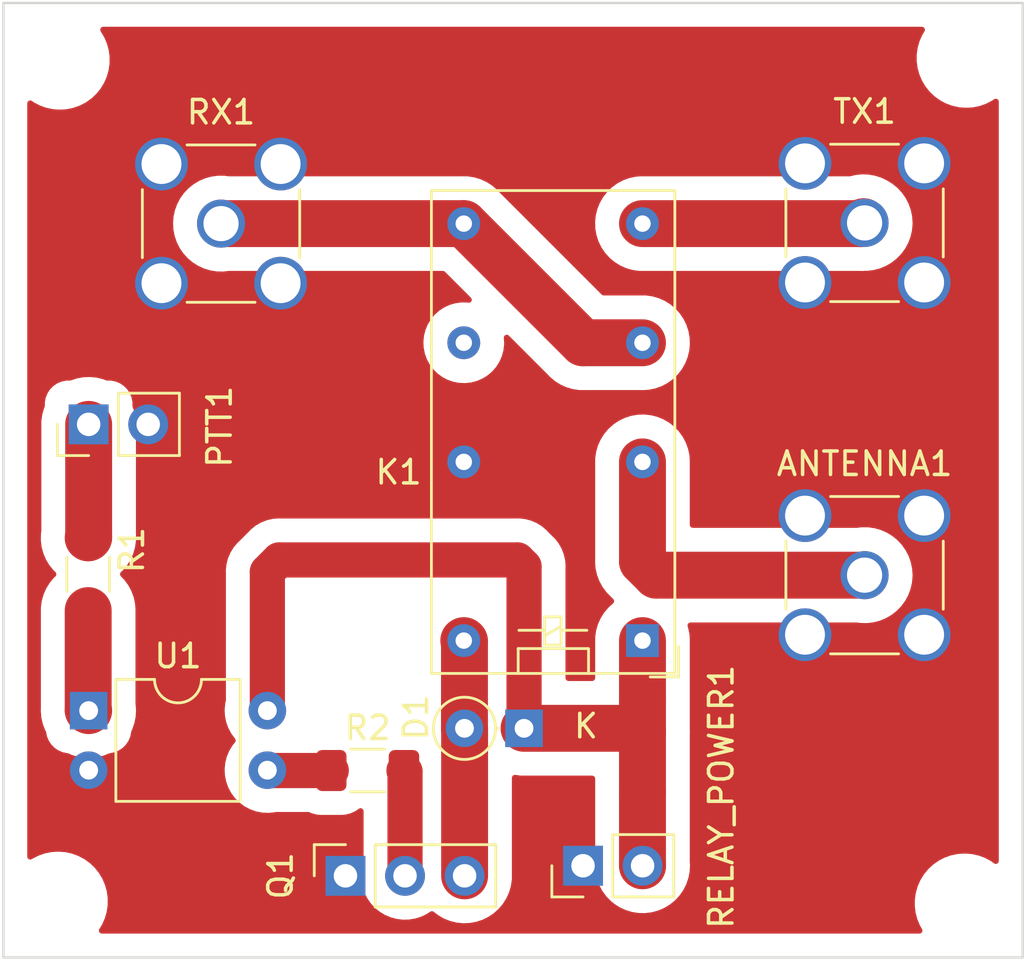
<source format=kicad_pcb>
(kicad_pcb (version 20211014) (generator pcbnew)
  (layers (0 "F.Cu" signal) (31 "B.Cu" signal) (35 "F.Paste" user) (37 "F.SilkS" user "F.Silkscreen") (38 "B.Mask" user) (39 "F.Mask" user) (44 "Edge.Cuts" user))
  (net 0 "")
  (net 1 "+5V")
  (net 2 "GNDPWR")
  (net 3 "Net-(D1-Pad2)")
  (net 4 "Net-(ANTENNA1-Pad1)")
  (net 5 "RX")
  (net 6 "TX")
  (net 7 "Net-(R1-Pad2)")
  (net 9 "Net-(PTT1-Pad1)")
  (net 10 "Net-(Q1-Pad2)")
  (net 11 "Net-(R2-Pad1)")
  (footprint "Connector_Coaxial:SMA_Amphenol_901-144_Vertical" (layer "F.Cu") (at 101.99 84.44)
    (fp_text reference "ANTENNA1" (at 0 -4.75) (layer "F.SilkS"))
    (fp_text value "SMA")
    (fp_line (start -1.45 -3.355) (end 1.45 -3.355) (layer "F.SilkS") (width 0.12))
    (fp_line (start -3.355 -1.45) (end -3.355 1.45) (layer "F.SilkS") (width 0.12))
    (fp_line (start 3.355 -1.45) (end 3.355 1.45) (layer "F.SilkS") (width 0.12))
    (fp_line (start -1.45 3.355) (end 1.45 3.355) (layer "F.SilkS") (width 0.12))
    (pad "1" thru_hole circle (at 0 0) (size 2.05 2.05) (drill 1.5) (layers *.Cu *.Mask) (net 4 "Net-(ANTENNA1-Pad1)"))
    (pad "2" thru_hole circle (at -2.54 -2.54) (size 2.25 2.25) (drill 1.7) (layers *.Cu *.Mask) (net 2 "GNDPWR"))
    (pad "2" thru_hole circle (at 2.54 -2.54) (size 2.25 2.25) (drill 1.7) (layers *.Cu *.Mask) (net 2 "GNDPWR"))
    (pad "2" thru_hole circle (at 2.54 2.54) (size 2.25 2.25) (drill 1.7) (layers *.Cu *.Mask) (net 2 "GNDPWR"))
    (pad "2" thru_hole circle (at -2.54 2.54) (size 2.25 2.25) (drill 1.7) (layers *.Cu *.Mask) (net 2 "GNDPWR"))
  )
  (footprint "Connector_PinHeader_2.54mm:PinHeader_1x02_P2.54mm_Vertical" (layer "F.Cu") (at 68.905 78.01 90)
    (fp_text reference "PTT1" (at -0.1 5.58 90) (layer "F.SilkS"))
    (fp_text value "GPIO (3.3v)" hide)
    (fp_line (start 1.33 1.27) (end 1.33 3.87) (layer "F.SilkS") (width 0.12))
    (fp_line (start -1.33 1.27) (end 1.33 1.27) (layer "F.SilkS") (width 0.12))
    (fp_line (start -1.33 -1.33) (end 0 -1.33) (layer "F.SilkS") (width 0.12))
    (fp_line (start -1.33 3.87) (end 1.33 3.87) (layer "F.SilkS") (width 0.12))
    (fp_line (start -1.33 1.27) (end -1.33 3.87) (layer "F.SilkS") (width 0.12))
    (fp_line (start -1.33 0) (end -1.33 -1.33) (layer "F.SilkS") (width 0.12))
    (pad "1" thru_hole rect (at 0 0 90) (size 1.7 1.7) (drill 1) (layers *.Cu *.Mask) (net 9 "Net-(PTT1-Pad1)"))
    (pad "2" thru_hole oval (at 0 2.54 90) (size 1.7 1.7) (drill 1) (layers *.Cu *.Mask) (net 2 "GNDPWR"))
  )
  (footprint "MountingHole:MountingHole_2.2mm_M2" (layer "F.Cu") (at 106.33 62.39)
    (fp_text reference "H2" hide)
    (fp_text value "MountingHole" hide)
    (pad "" np_thru_hole circle (at 0 0) (size 2.2 2.2) (drill 2.2) (layers *.Cu *.Mask))
  )
  (footprint "Relay_THT:Relay_DPDT_Omron_G5V-2" (layer "F.Cu") (at 92.52 87.23 180)
    (fp_text reference "K1" (at 10.4 7.18) (layer "F.SilkS"))
    (fp_text value "Omron G5V-2 / OEN 46-05-2C" hide)
    (fp_line (start 3.47 -0.19) (end 3.47 1.01) (layer "F.SilkS") (width 0.12))
    (fp_line (start 4.17 -0.19) (end 3.47 -0.19) (layer "F.SilkS") (width 0.12))
    (fp_line (start 9 -1.4) (end -1.38 -1.4) (layer "F.SilkS") (width 0.12))
    (fp_line (start 2.3 -0.34) (end 5.3 -0.34) (layer "F.SilkS") (width 0.12))
    (fp_line (start 4.17 0.44) (end 5.27 0.44) (layer "F.SilkS") (width 0.12))
    (fp_line (start -1.54 -1.55) (end -0.33 -1.55) (layer "F.SilkS") (width 0.12))
    (fp_line (start 3.47 0.44) (end 2.37 0.44) (layer "F.SilkS") (width 0.12))
    (fp_line (start 9 19.19) (end 9 -1.4) (layer "F.SilkS") (width 0.12))
    (fp_line (start 3.47 0.61) (end 4.17 0.21) (layer "F.SilkS") (width 0.12))
    (fp_line (start 4.17 1.01) (end 4.17 -0.19) (layer "F.SilkS") (width 0.12))
    (fp_line (start -1.54 -0.25) (end -1.54 -1.55) (layer "F.SilkS") (width 0.12))
    (fp_line (start -1.38 19.19) (end 9 19.19) (layer "F.SilkS") (width 0.12))
    (fp_line (start 2.3 -1.4) (end 2.3 -0.36) (layer "F.SilkS") (width 0.12))
    (fp_line (start 5.3 -0.34) (end 5.3 -1.4) (layer "F.SilkS") (width 0.12))
    (fp_line (start 3.47 1.01) (end 4.17 1.01) (layer "F.SilkS") (width 0.12))
    (fp_line (start -1.38 -1.4) (end -1.38 19.19) (layer "F.SilkS") (width 0.12))
    (pad "1" thru_hole rect (at 0 0 180) (size 1.4 1.4) (drill 0.7) (layers *.Cu *.Mask) (net 1 "+5V"))
    (pad "4" thru_hole circle (at 0 7.62 180) (size 1.4 1.4) (drill 0.7) (layers *.Cu *.Mask) (net 4 "Net-(ANTENNA1-Pad1)"))
    (pad "6" thru_hole circle (at 0 12.7 180) (size 1.4 1.4) (drill 0.7) (layers *.Cu *.Mask) (net 5 "RX"))
    (pad "8" thru_hole circle (at 0 17.78 180) (size 1.4 1.4) (drill 0.7) (layers *.Cu *.Mask) (net 6 "TX"))
    (pad "9" thru_hole circle (at 7.62 17.78 180) (size 1.4 1.4) (drill 0.7) (layers *.Cu *.Mask) (net 5 "RX"))
    (pad "11" thru_hole circle (at 7.62 12.7 180) (size 1.4 1.4) (drill 0.7) (layers *.Cu *.Mask))
    (pad "13" thru_hole circle (at 7.62 7.62 180) (size 1.4 1.4) (drill 0.7) (layers *.Cu *.Mask) (net 2 "GNDPWR"))
    (pad "16" thru_hole circle (at 7.62 0 180) (size 1.4 1.4) (drill 0.7) (layers *.Cu *.Mask) (net 3 "Net-(D1-Pad2)"))
  )
  (footprint "Connector_PinHeader_2.54mm:PinHeader_1x02_P2.54mm_Vertical" (layer "F.Cu") (at 89.985 96.83 90)
    (fp_text reference "RELAY_POWER1" (at 2.94 5.895 90) (layer "F.SilkS"))
    (fp_text value "RelayPower1" hide)
    (fp_line (start -1.33 3.87) (end 1.33 3.87) (layer "F.SilkS") (width 0.12))
    (fp_line (start 1.33 1.27) (end 1.33 3.87) (layer "F.SilkS") (width 0.12))
    (fp_line (start -1.33 0) (end -1.33 -1.33) (layer "F.SilkS") (width 0.12))
    (fp_line (start -1.33 1.27) (end 1.33 1.27) (layer "F.SilkS") (width 0.12))
    (fp_line (start -1.33 1.27) (end -1.33 3.87) (layer "F.SilkS") (width 0.12))
    (fp_line (start -1.33 -1.33) (end 0 -1.33) (layer "F.SilkS") (width 0.12))
    (pad "1" thru_hole rect (at 0 0 90) (size 1.7 1.7) (drill 1) (layers *.Cu *.Mask) (net 2 "GNDPWR"))
    (pad "2" thru_hole oval (at 0 2.54 90) (size 1.7 1.7) (drill 1) (layers *.Cu *.Mask) (net 1 "+5V"))
  )
  (footprint "MountingHole:MountingHole_2.2mm_M2" (layer "F.Cu") (at 67.68 62.47)
    (fp_text reference "H1" hide)
    (fp_text value "MountingHole" hide)
    (pad "" np_thru_hole circle (at 0 0) (size 2.2 2.2) (drill 2.2) (layers *.Cu *.Mask))
  )
  (footprint "Resistor_SMD:R_1206_3216Metric_Pad1.30x1.75mm_HandSolder" (layer "F.Cu") (at 68.885 84.4 -90)
    (fp_text reference "R1" (at -1.03 -1.86 90) (layer "F.SilkS"))
    (fp_text value "470" hide)
    (fp_line (start -0.727064 -0.91) (end 0.727064 -0.91) (layer "F.SilkS") (width 0.12))
    (fp_line (start -0.727064 0.91) (end 0.727064 0.91) (layer "F.SilkS") (width 0.12))
    (pad "1" smd roundrect (at -1.55 0 270) (size 1.3 1.75) (layers "F.Cu" "F.Paste" "F.Mask") (roundrect_rratio 0.192308) (net 9 "Net-(PTT1-Pad1)"))
    (pad "2" smd roundrect (at 1.55 0 270) (size 1.3 1.75) (layers "F.Cu" "F.Paste" "F.Mask") (roundrect_rratio 0.192308) (net 7 "Net-(R1-Pad2)"))
  )
  (footprint "Connector_PinSocket_2.54mm:PinSocket_1x03_P2.54mm_Vertical" (layer "F.Cu") (at 79.855 97.26 90)
    (fp_text reference "Q1" (at 0 -2.77 90) (layer "F.SilkS"))
    (fp_text value "2N3904" hide)
    (fp_line (start -1.33 1.27) (end -1.33 6.41) (layer "F.SilkS") (width 0.12))
    (fp_line (start -1.33 1.27) (end 1.33 1.27) (layer "F.SilkS") (width 0.12))
    (fp_line (start 1.33 1.27) (end 1.33 6.41) (layer "F.SilkS") (width 0.12))
    (fp_line (start 0 -1.33) (end 1.33 -1.33) (layer "F.SilkS") (width 0.12))
    (fp_line (start 1.33 -1.33) (end 1.33 0) (layer "F.SilkS") (width 0.12))
    (fp_line (start -1.33 6.41) (end 1.33 6.41) (layer "F.SilkS") (width 0.12))
    (pad "1" thru_hole rect (at 0 0 90) (size 1.7 1.7) (drill 1) (layers *.Cu *.Mask) (net 2 "GNDPWR"))
    (pad "2" thru_hole oval (at 0 2.54 90) (size 1.7 1.7) (drill 1) (layers *.Cu *.Mask) (net 10 "Net-(Q1-Pad2)"))
    (pad "3" thru_hole oval (at 0 5.08 90) (size 1.7 1.7) (drill 1) (layers *.Cu *.Mask) (net 3 "Net-(D1-Pad2)"))
  )
  (footprint "MountingHole:MountingHole_2.2mm_M2" (layer "F.Cu") (at 106.25 98.43)
    (fp_text reference "H4" hide)
    (fp_text value "MountingHole" hide)
    (pad "" np_thru_hole circle (at 0 0) (size 2.2 2.2) (drill 2.2) (layers *.Cu *.Mask))
  )
  (footprint "MountingHole:MountingHole_2.2mm_M2" (layer "F.Cu") (at 67.6 98.35)
    (fp_text reference "H3" hide)
    (fp_text value "MountingHole" hide)
    (pad "" np_thru_hole circle (at 0 0) (size 2.2 2.2) (drill 2.2) (layers *.Cu *.Mask))
  )
  (footprint "Diode_THT:D_DO-35_SOD27_P2.54mm_Vertical_KathodeUp" (layer "F.Cu") (at 87.47 90.97 180)
    (fp_text reference "D1" (at 4.61 0.47 90) (layer "F.SilkS"))
    (fp_text value "1N4148" hide)
    (fp_text user "K" (at -2.638 0.094) (layer "F.SilkS"))
    (fp_line (start 1.213629 0) (end 1.1 0) (layer "F.SilkS") (width 0.12))
    (fp_circle (center 2.54 0) (end 3.866371 0) (layer "F.SilkS") (width 0.12) (fill none))
    (pad "1" thru_hole rect (at 0 0 180) (size 1.6 1.6) (drill 0.8) (layers *.Cu *.Mask) (net 1 "+5V"))
    (pad "2" thru_hole oval (at 2.54 0 180) (size 1.6 1.6) (drill 0.8) (layers *.Cu *.Mask) (net 3 "Net-(D1-Pad2)"))
  )
  (footprint "Resistor_SMD:R_1206_3216Metric_Pad1.30x1.75mm_HandSolder" (layer "F.Cu") (at 80.8 92.77)
    (fp_text reference "R2" (at 0 -1.82) (layer "F.SilkS"))
    (fp_text value "120" hide)
    (fp_line (start -0.727064 0.91) (end 0.727064 0.91) (layer "F.SilkS") (width 0.12))
    (fp_line (start -0.727064 -0.91) (end 0.727064 -0.91) (layer "F.SilkS") (width 0.12))
    (pad "1" smd roundrect (at -1.55 0) (size 1.3 1.75) (layers "F.Cu" "F.Paste" "F.Mask") (roundrect_rratio 0.192308) (net 11 "Net-(R2-Pad1)"))
    (pad "2" smd roundrect (at 1.55 0) (size 1.3 1.75) (layers "F.Cu" "F.Paste" "F.Mask") (roundrect_rratio 0.192308) (net 10 "Net-(Q1-Pad2)"))
  )
  (footprint "Package_DIP:DIP-4_W7.62mm" (layer "F.Cu") (at 68.905 90.215)
    (fp_text reference "U1" (at 3.81 -2.33) (layer "F.SilkS"))
    (fp_text value "EL817 (OC)" hide)
    (fp_line (start 6.46 3.87) (end 6.46 -1.33) (layer "F.SilkS") (width 0.12))
    (fp_line (start 6.46 -1.33) (end 4.81 -1.33) (layer "F.SilkS") (width 0.12))
    (fp_line (start 2.81 -1.33) (end 1.16 -1.33) (layer "F.SilkS") (width 0.12))
    (fp_line (start 1.16 -1.33) (end 1.16 3.87) (layer "F.SilkS") (width 0.12))
    (fp_line (start 1.16 3.87) (end 6.46 3.87) (layer "F.SilkS") (width 0.12))
    (fp_arc (start 4.81 -1.33) (mid 3.81 -0.33) (end 2.81 -1.33) (layer "F.SilkS") (width 0.12))
    (pad "1" thru_hole rect (at 0 0) (size 1.6 1.6) (drill 0.8) (layers *.Cu *.Mask) (net 7 "Net-(R1-Pad2)"))
    (pad "2" thru_hole oval (at 0 2.54) (size 1.6 1.6) (drill 0.8) (layers *.Cu *.Mask) (net 2 "GNDPWR"))
    (pad "3" thru_hole oval (at 7.62 2.54) (size 1.6 1.6) (drill 0.8) (layers *.Cu *.Mask) (net 11 "Net-(R2-Pad1)"))
    (pad "4" thru_hole oval (at 7.62 0) (size 1.6 1.6) (drill 0.8) (layers *.Cu *.Mask) (net 1 "+5V"))
  )
  (footprint "Connector_Coaxial:SMA_Amphenol_901-144_Vertical" (layer "F.Cu") (at 74.55 69.45)
    (fp_text reference "RX1" (at 0 -4.75) (layer "F.SilkS"))
    (fp_text value "SMA")
    (fp_line (start -1.45 3.355) (end 1.45 3.355) (layer "F.SilkS") (width 0.12))
    (fp_line (start -3.355 -1.45) (end -3.355 1.45) (layer "F.SilkS") (width 0.12))
    (fp_line (start 3.355 -1.45) (end 3.355 1.45) (layer "F.SilkS") (width 0.12))
    (fp_line (start -1.45 -3.355) (end 1.45 -3.355) (layer "F.SilkS") (width 0.12))
    (pad "1" thru_hole circle (at 0 0) (size 2.05 2.05) (drill 1.5) (layers *.Cu *.Mask) (net 5 "RX"))
    (pad "2" thru_hole circle (at -2.54 -2.54) (size 2.25 2.25) (drill 1.7) (layers *.Cu *.Mask) (net 2 "GNDPWR"))
    (pad "2" thru_hole circle (at 2.54 -2.54) (size 2.25 2.25) (drill 1.7) (layers *.Cu *.Mask) (net 2 "GNDPWR"))
    (pad "2" thru_hole circle (at 2.54 2.54) (size 2.25 2.25) (drill 1.7) (layers *.Cu *.Mask) (net 2 "GNDPWR"))
    (pad "2" thru_hole circle (at -2.54 2.54) (size 2.25 2.25) (drill 1.7) (layers *.Cu *.Mask) (net 2 "GNDPWR"))
  )
  (footprint "Connector_Coaxial:SMA_Amphenol_901-144_Vertical" (layer "F.Cu") (at 101.99 69.42)
    (fp_text reference "TX1" (at 0 -4.75) (layer "F.SilkS"))
    (fp_text value "SMA")
    (fp_line (start 3.355 -1.45) (end 3.355 1.45) (layer "F.SilkS") (width 0.12))
    (fp_line (start -1.45 3.355) (end 1.45 3.355) (layer "F.SilkS") (width 0.12))
    (fp_line (start -3.355 -1.45) (end -3.355 1.45) (layer "F.SilkS") (width 0.12))
    (fp_line (start -1.45 -3.355) (end 1.45 -3.355) (layer "F.SilkS") (width 0.12))
    (pad "1" thru_hole circle (at 0 0) (size 2.05 2.05) (drill 1.5) (layers *.Cu *.Mask) (net 6 "TX"))
    (pad "2" thru_hole circle (at 2.54 -2.54) (size 2.25 2.25) (drill 1.7) (layers *.Cu *.Mask) (net 2 "GNDPWR"))
    (pad "2" thru_hole circle (at -2.54 2.54) (size 2.25 2.25) (drill 1.7) (layers *.Cu *.Mask) (net 2 "GNDPWR"))
    (pad "2" thru_hole circle (at -2.54 -2.54) (size 2.25 2.25) (drill 1.7) (layers *.Cu *.Mask) (net 2 "GNDPWR"))
    (pad "2" thru_hole circle (at 2.54 2.54) (size 2.25 2.25) (drill 1.7) (layers *.Cu *.Mask) (net 2 "GNDPWR"))
  )
  (gr_rect (start 65.27 60.04) (end 108.73 100.74) (layer "Edge.Cuts") (width 0.1) (fill none))
  (segment (start 92.35 90.97) (end 92.52 91.14) (width 2) (layer "F.Cu") (net 1))
  (segment (start 92.52 89.78) (end 92.52 91.14) (width 2) (layer "F.Cu") (net 1))
  (segment (start 76.525 90.215) (end 76.525 84.295) (width 1.5) (layer "F.Cu") (net 1))
  (segment (start 92.52 96.825) (end 92.525 96.83) (width 2) (layer "F.Cu") (net 1))
  (segment (start 92.52 91.14) (end 92.52 93.71) (width 2) (layer "F.Cu") (net 1))
  (segment (start 92.52 93.71) (end 92.52 96.825) (width 2) (layer "F.Cu") (net 1))
  (segment (start 92.52 87.23) (end 92.52 89.78) (width 2) (layer "F.Cu") (net 1))
  (segment (start 76.525 84.295) (end 77.03 83.79) (width 1.5) (layer "F.Cu") (net 1))
  (segment (start 87.47 84.07) (end 87.47 90.97) (width 1.5) (layer "F.Cu") (net 1))
  (segment (start 87.19 83.79) (end 87.47 84.07) (width 1.5) (layer "F.Cu") (net 1))
  (segment (start 77.03 83.79) (end 87.19 83.79) (width 1.5) (layer "F.Cu") (net 1))
  (segment (start 87.47 90.97) (end 92.35 90.97) (width 2) (layer "F.Cu") (net 1))
  (segment (start 84.935 97.26) (end 84.935 90.975) (width 2) (layer "F.Cu") (net 3))
  (segment (start 84.935 90.975) (end 84.93 90.97) (width 2) (layer "F.Cu") (net 3))
  (segment (start 84.93 90.97) (end 84.93 87.26) (width 2) (layer "F.Cu") (net 3))
  (segment (start 84.93 87.26) (end 84.9 87.23) (width 2) (layer "F.Cu") (net 3))
  (segment (start 93.11 84.44) (end 101.99 84.44) (width 2) (layer "F.Cu") (net 4))
  (segment (start 92.52 79.61) (end 92.52 83.85) (width 2) (layer "F.Cu") (net 4))
  (segment (start 92.52 83.85) (end 93.11 84.44) (width 2) (layer "F.Cu") (net 4))
  (segment (start 89.98 74.53) (end 84.9 69.45) (width 2) (layer "F.Cu") (net 5))
  (segment (start 74.55 69.45) (end 84.9 69.45) (width 2) (layer "F.Cu") (net 5))
  (segment (start 92.52 74.53) (end 89.98 74.53) (width 2) (layer "F.Cu") (net 5))
  (segment (start 101.95 69.37) (end 101.87 69.45) (width 2) (layer "F.Cu") (net 6))
  (segment (start 101.99 69.41) (end 101.95 69.37) (width 2) (layer "F.Cu") (net 6))
  (segment (start 101.99 69.42) (end 101.99 69.41) (width 2) (layer "F.Cu") (net 6))
  (segment (start 101.87 69.45) (end 92.52 69.45) (width 2) (layer "F.Cu") (net 6))
  (segment (start 68.885 85.95) (end 68.885 90.195) (width 2) (layer "F.Cu") (net 7))
  (segment (start 68.885 90.195) (end 68.905 90.215) (width 2) (layer "F.Cu") (net 7))
  (segment (start 68.905 82.83) (end 68.885 82.85) (width 2) (layer "F.Cu") (net 9))
  (segment (start 68.905 78.01) (end 68.905 82.83) (width 2) (layer "F.Cu") (net 9))
  (segment (start 82.395 97.26) (end 82.395 92.815) (width 1.5) (layer "F.Cu") (net 10))
  (segment (start 82.395 92.815) (end 82.35 92.77) (width 1.5) (layer "F.Cu") (net 10))
  (segment (start 76.54 92.77) (end 76.525 92.755) (width 1.5) (layer "F.Cu") (net 11))
  (segment (start 79.25 92.77) (end 76.54 92.77) (width 1.5) (layer "F.Cu") (net 11))
  (zone (net 2) (net_name "GNDPWR") (layer "F.Cu") (connect_pads yes (clearance 1.016)) (min_thickness 0.254) (fill yes (thermal_gap 0.508) (thermal_bridge_width 0.508))
    (polygon (pts (xy 108.7 100.83) (xy 65.27 100.83) (xy 65.27 60.1) (xy 108.7 60.1)))
  )
)
</source>
